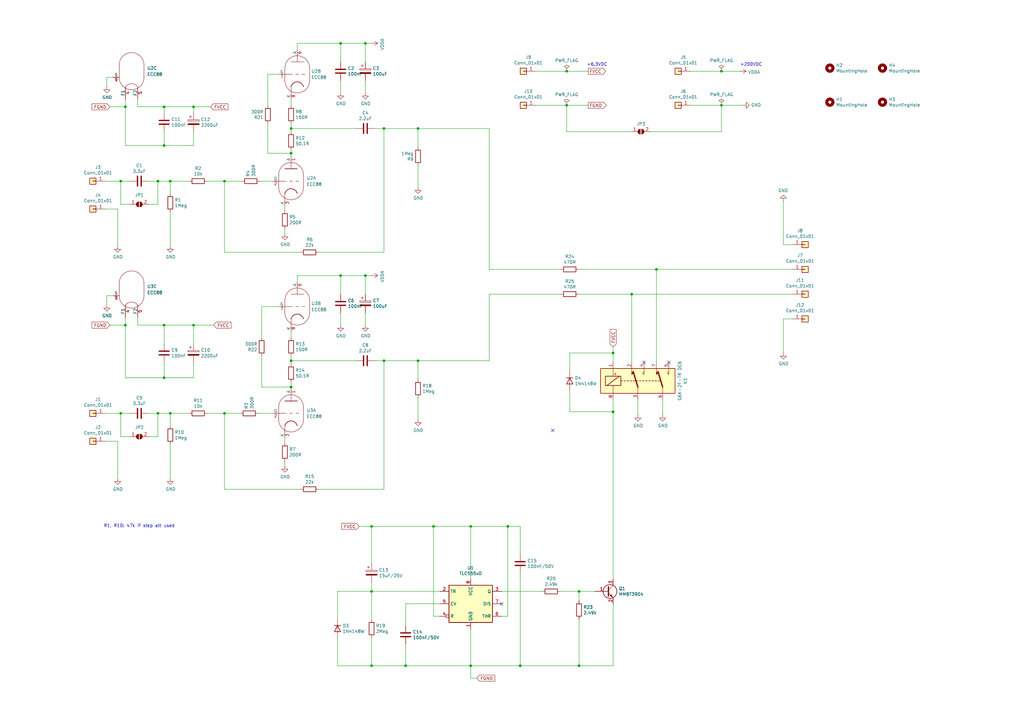
<source format=kicad_sch>
(kicad_sch (version 20230121) (generator eeschema)
  (paper "A3")
  (title_block (title "SRPP+ Pre-Amp ECC88/E88CC") (date "2023-02-07") (rev "V4 Bottom"))
  (lib_symbols
    (symbol "Connector_Generic:Conn_01x01" (pin_names (offset 1.016) hide)
      (property "Reference" "J" (at 0 2.54 0))
      (property "Value" "Conn_01x01" (at 0 -2.54 0))
      (symbol "Conn_01x01_1_1"
        (rectangle (start -1.27 0.127) (end 0 -0.127) (stroke (width 0.1524)))
        (rectangle (start -1.27 1.27) (end 1.27 -1.27) (stroke (width 0.254)) (fill (type background)))
        (pin passive line (at -5.08 0 0) (length 3.81) (name "Pin_1") (number "1"))
      )
    )
    (symbol "Device:C" (pin_numbers hide) (pin_names (offset 0.254))
      (property "Reference" "C" (at 0.635 2.54 0))
      (property "Value" "C" (at 0.635 -2.54 0))
      (symbol "C_0_1"
        (polyline (pts (xy -2.032 -0.762) (xy 2.032 -0.762)) (stroke (width 0.508)))
        (polyline (pts (xy -2.032 0.762) (xy 2.032 0.762)) (stroke (width 0.508)))
      )
      (symbol "C_1_1"
        (pin passive line (at 0 3.81 270) (length 2.794) (name "~") (number "1"))
        (pin passive line (at 0 -3.81 90) (length 2.794) (name "~") (number "2"))
      )
    )
    (symbol "Device:C_Polarized" (pin_numbers hide) (pin_names (offset 0.254))
      (property "Reference" "C" (at 0.635 2.54 0))
      (property "Value" "C_Polarized" (at 0.635 -2.54 0))
      (symbol "C_Polarized_0_1"
        (rectangle (start -2.286 0.508) (end 2.286 1.016))
        (polyline (pts (xy -1.778 2.286) (xy -0.762 2.286)))
        (polyline (pts (xy -1.27 2.794) (xy -1.27 1.778)))
        (rectangle (start 2.286 -0.508) (end -2.286 -1.016) (fill (type outline)))
      )
      (symbol "C_Polarized_1_1"
        (pin passive line (at 0 3.81 270) (length 2.794) (name "~") (number "1"))
        (pin passive line (at 0 -3.81 90) (length 2.794) (name "~") (number "2"))
      )
    )
    (symbol "Device:R" (pin_numbers hide) (pin_names (offset 0))
      (property "Reference" "R" (at 2.032 0 90))
      (property "Value" "R" (at 0 0 90))
      (symbol "R_0_1"
        (rectangle (start -1.016 -2.54) (end 1.016 2.54) (stroke (width 0.254)))
      )
      (symbol "R_1_1"
        (pin passive line (at 0 3.81 270) (length 1.27) (name "~") (number "1"))
        (pin passive line (at 0 -3.81 90) (length 1.27) (name "~") (number "2"))
      )
    )
    (symbol "Diode:1N4148W" (pin_numbers hide) (pin_names (offset 1.016) hide)
      (property "Reference" "D" (at 0 2.54 0))
      (property "Value" "1N4148W" (at 0 -2.54 0))
      (symbol "1N4148W_0_1"
        (polyline (pts (xy -1.27 1.27) (xy -1.27 -1.27)) (stroke (width 0.254)))
        (polyline (pts (xy 1.27 0) (xy -1.27 0)))
        (polyline (pts (xy 1.27 1.27) (xy 1.27 -1.27) (xy -1.27 0) (xy 1.27 1.27)) (stroke (width 0.254)))
      )
      (symbol "1N4148W_1_1"
        (pin passive line (at -3.81 0 0) (length 2.54) (name "K") (number "1"))
        (pin passive line (at 3.81 0 180) (length 2.54) (name "A") (number "2"))
      )
    )
    (symbol "Jumper:SolderJumper_2_Open" (pin_names (offset 0) hide)
      (property "Reference" "JP" (at 0 2.032 0))
      (property "Value" "SolderJumper_2_Open" (at 0 -2.54 0))
      (symbol "SolderJumper_2_Open_0_1"
        (arc (start -0.254 1.016) (mid -1.2656 0) (end -0.254 -1.016))
        (arc (start -0.254 1.016) (mid -1.2656 0) (end -0.254 -1.016) (fill (type outline)))
        (polyline (pts (xy -0.254 1.016) (xy -0.254 -1.016)))
        (polyline (pts (xy 0.254 1.016) (xy 0.254 -1.016)))
        (arc (start 0.254 -1.016) (mid 1.2656 0) (end 0.254 1.016))
        (arc (start 0.254 -1.016) (mid 1.2656 0) (end 0.254 1.016) (fill (type outline)))
      )
      (symbol "SolderJumper_2_Open_1_1"
        (pin passive line (at -3.81 0 0) (length 2.54) (name "A") (number "1"))
        (pin passive line (at 3.81 0 180) (length 2.54) (name "B") (number "2"))
      )
    )
    (symbol "Mechanical:MountingHole" (pin_names (offset 1.016))
      (property "Reference" "H" (at 0 5.08 0))
      (property "Value" "MountingHole" (at 0 3.175 0))
      (symbol "MountingHole_0_1"
        (circle (center 0 0) (radius 1.27) (stroke (width 1.27)))
      )
    )
    (symbol "Relay:G6K-2"
      (property "Reference" "K" (at 16.51 3.81 0))
      (property "Value" "G6K-2" (at 16.51 1.27 0))
      (symbol "G6K-2_0_0"
        (text "+" (at -9.271 2.921 0) (effects (font (size 1.27 1.27))))
      )
      (symbol "G6K-2_0_1"
        (rectangle (start -15.24 5.08) (end 15.24 -5.08) (stroke (width 0.254)) (fill (type background)))
        (rectangle (start -13.335 1.905) (end -6.985 -1.905) (stroke (width 0.254)))
        (polyline (pts (xy -12.7 -1.905) (xy -7.62 1.905)) (stroke (width 0.254)))
        (polyline (pts (xy -10.16 -5.08) (xy -10.16 -1.905)))
        (polyline (pts (xy -10.16 5.08) (xy -10.16 1.905)))
        (polyline (pts (xy -6.985 0) (xy -6.35 0)) (stroke (width 0.254)))
        (polyline (pts (xy -5.715 0) (xy -5.08 0)) (stroke (width 0.254)))
        (polyline (pts (xy -4.445 0) (xy -3.81 0)) (stroke (width 0.254)))
        (polyline (pts (xy -3.175 0) (xy -2.54 0)) (stroke (width 0.254)))
        (polyline (pts (xy -1.905 0) (xy -1.27 0)) (stroke (width 0.254)))
        (polyline (pts (xy -0.635 0) (xy 0 0)) (stroke (width 0.254)))
        (polyline (pts (xy 0 -2.54) (xy -1.905 3.81)) (stroke (width 0.508)))
        (polyline (pts (xy 0 -2.54) (xy 0 -5.08)))
        (polyline (pts (xy 0.635 0) (xy 1.27 0)) (stroke (width 0.254)))
        (polyline (pts (xy 1.905 0) (xy 2.54 0)) (stroke (width 0.254)))
        (polyline (pts (xy 3.175 0) (xy 3.81 0)) (stroke (width 0.254)))
        (polyline (pts (xy 4.445 0) (xy 5.08 0)) (stroke (width 0.254)))
        (polyline (pts (xy 5.715 0) (xy 6.35 0)) (stroke (width 0.254)))
        (polyline (pts (xy 6.985 0) (xy 7.62 0)) (stroke (width 0.254)))
        (polyline (pts (xy 8.255 0) (xy 8.89 0)) (stroke (width 0.254)))
        (polyline (pts (xy 10.16 -2.54) (xy 8.255 3.81)) (stroke (width 0.508)))
        (polyline (pts (xy 10.16 -2.54) (xy 10.16 -5.08)))
        (polyline (pts (xy -2.54 5.08) (xy -2.54 2.54) (xy -1.905 3.175) (xy -2.54 3.81)) (fill (type outline)))
        (polyline (pts (xy 2.54 5.08) (xy 2.54 2.54) (xy 1.905 3.175) (xy 2.54 3.81)))
        (polyline (pts (xy 7.62 5.08) (xy 7.62 2.54) (xy 8.255 3.175) (xy 7.62 3.81)) (fill (type outline)))
        (polyline (pts (xy 12.7 5.08) (xy 12.7 2.54) (xy 12.065 3.175) (xy 12.7 3.81)))
      )
      (symbol "G6K-2_1_1"
        (pin passive line (at -10.16 7.62 270) (length 2.54) (name "~") (number "1"))
        (pin passive line (at -2.54 7.62 270) (length 2.54) (name "~") (number "2"))
        (pin passive line (at 0 -7.62 90) (length 2.54) (name "~") (number "3"))
        (pin passive line (at 2.54 7.62 270) (length 2.54) (name "~") (number "4"))
        (pin passive line (at 12.7 7.62 270) (length 2.54) (name "~") (number "5"))
        (pin passive line (at 10.16 -7.62 90) (length 2.54) (name "~") (number "6"))
        (pin passive line (at 7.62 7.62 270) (length 2.54) (name "~") (number "7"))
        (pin passive line (at -10.16 -7.62 90) (length 2.54) (name "~") (number "8"))
      )
    )
    (symbol "Timer:TLC555xD"
      (property "Reference" "U" (at -10.16 8.89 0))
      (property "Value" "TLC555xD" (at 2.54 8.89 0))
      (symbol "TLC555xD_0_0"
        (pin power_in line (at 0 -10.16 90) (length 2.54) (name "GND") (number "1"))
        (pin power_in line (at 0 10.16 270) (length 2.54) (name "VCC") (number "8"))
      )
      (symbol "TLC555xD_0_1"
        (rectangle (start -8.89 -7.62) (end 8.89 7.62) (stroke (width 0.254)) (fill (type background)))
        (rectangle (start -8.89 -7.62) (end 8.89 7.62) (stroke (width 0.254)) (fill (type background)))
      )
      (symbol "TLC555xD_1_1"
        (pin input line (at -12.7 5.08 0) (length 3.81) (name "TR") (number "2"))
        (pin output line (at 12.7 5.08 180) (length 3.81) (name "Q") (number "3"))
        (pin input inverted (at -12.7 -5.08 0) (length 3.81) (name "R") (number "4"))
        (pin input line (at -12.7 0 0) (length 3.81) (name "CV") (number "5"))
        (pin input line (at 12.7 -5.08 180) (length 3.81) (name "THR") (number "6"))
        (pin input line (at 12.7 0 180) (length 3.81) (name "DIS") (number "7"))
      )
    )
    (symbol "Transistor_BJT:MMBT3904" (pin_names (offset 0) hide)
      (property "Reference" "Q" (at 5.08 1.905 0))
      (property "Value" "MMBT3904" (at 5.08 0 0))
      (symbol "MMBT3904_0_1"
        (polyline (pts (xy 0.635 0.635) (xy 2.54 2.54)))
        (polyline (pts (xy 0.635 -0.635) (xy 2.54 -2.54) (xy 2.54 -2.54)))
        (polyline (pts (xy 0.635 1.905) (xy 0.635 -1.905) (xy 0.635 -1.905)) (stroke (width 0.508)))
        (polyline (pts (xy 1.27 -1.778) (xy 1.778 -1.27) (xy 2.286 -2.286) (xy 1.27 -1.778) (xy 1.27 -1.778)) (fill (type outline)))
        (circle (center 1.27 0) (radius 2.8194) (stroke (width 0.254)))
      )
      (symbol "MMBT3904_1_1"
        (pin input line (at -5.08 0 0) (length 5.715) (name "B") (number "1"))
        (pin passive line (at 2.54 -5.08 90) (length 2.54) (name "E") (number "2"))
        (pin passive line (at 2.54 5.08 270) (length 2.54) (name "C") (number "3"))
      )
    )
    (symbol "kicad-snk:ECC88-Shield" (pin_names (offset 0))
      (property "Reference" "U" (at 4.318 7.112 0))
      (property "Value" "ECC88-Shield" (at 5.08 -7.62 0))
      (symbol "ECC88-Shield_0_1"
        (arc (start -5.08 -2.54) (mid 0 -7.5979) (end 5.08 -2.54))
        (polyline (pts (xy -5.08 0) (xy -5.08 -2.54)))
        (polyline (pts (xy -5.08 2.54) (xy -5.08 0)))
        (polyline (pts (xy 5.08 2.54) (xy 5.08 -2.54)))
        (arc (start 5.08 2.54) (mid 0 7.5979) (end -5.08 2.54))
      )
      (symbol "ECC88-Shield_1_0"
        (polyline (pts (xy -2.54 -5.08) (xy -2.54 -7.62)))
        (polyline (pts (xy 0 5.08) (xy 0 7.62)))
      )
      (symbol "ECC88-Shield_1_1"
        (polyline (pts (xy -5.08 0) (xy -3.175 0)))
        (polyline (pts (xy -1.905 0) (xy -3.175 0)) (stroke (width 0.1524)))
        (polyline (pts (xy -0.635 0) (xy 0.635 0)) (stroke (width 0.1524)))
        (polyline (pts (xy 1.905 0) (xy 3.175 0)) (stroke (width 0.1524)))
        (polyline (pts (xy -2.54 5.08) (xy 2.54 5.08) (xy 2.54 5.08)) (stroke (width 0.254)))
        (arc (start 2.54 -5.08) (mid 0 -3.0968) (end -2.54 -5.08) (stroke (width 0.254)))
        (pin output line (at 0 10.16 270) (length 2.54) (name "A") (number "1"))
        (pin input line (at -7.62 0 0) (length 2.54) (name "G") (number "2"))
        (pin bidirectional line (at -2.54 -10.16 90) (length 2.54) (name "K") (number "3"))
      )
      (symbol "ECC88-Shield_2_0"
        (polyline (pts (xy -5.08 0) (xy -3.175 0)))
        (polyline (pts (xy -2.54 -5.08) (xy -2.54 -7.62)))
        (polyline (pts (xy -1.905 0) (xy -3.175 0)) (stroke (width 0.1524)))
        (polyline (pts (xy -0.635 0) (xy 0.635 0)) (stroke (width 0.1524)))
        (polyline (pts (xy 0 5.08) (xy 0 7.62)))
        (polyline (pts (xy 1.905 0) (xy 3.175 0)) (stroke (width 0.1524)))
        (polyline (pts (xy 2.794 5.08) (xy -2.54 5.08) (xy -2.54 5.08)) (stroke (width 0.1524)))
      )
      (symbol "ECC88-Shield_2_1"
        (arc (start 2.54 -5.08) (mid 0 -3.0968) (end -2.54 -5.08) (stroke (width 0.254)))
        (pin output line (at 0 10.16 270) (length 2.54) (name "A") (number "6"))
        (pin input line (at -7.62 0 0) (length 2.54) (name "G") (number "7"))
        (pin bidirectional line (at -2.54 -10.16 90) (length 2.54) (name "K") (number "8"))
      )
      (symbol "ECC88-Shield_3_1"
        (arc (start 2.54 -6.35) (mid 0 -5.1292) (end -2.54 -6.35))
        (pin power_in line (at -2.54 -11.43 90) (length 5.08) (name "F1") (number "4"))
        (pin power_in line (at 2.54 -11.43 90) (length 5.08) (name "F2") (number "5"))
        (pin passive line (at -7.62 -2.54 0) (length 2.54) (name "S") (number "9"))
      )
    )
    (symbol "power:GND" (power) (pin_names (offset 0))
      (property "Value" "GND" (at 0 -3.81 0))
      (symbol "GND_0_1"
        (polyline (pts (xy 0 0) (xy 0 -1.27) (xy 1.27 -1.27) (xy 0 -2.54) (xy -1.27 -1.27) (xy 0 -1.27)))
      )
      (symbol "GND_1_1"
        (pin power_in line (at 0 0 270) (length 0) hide (name "GND") (number "1"))
      )
    )
    (symbol "power:PWR_FLAG" (power) (pin_numbers hide) (pin_names (offset 0) hide)
      (property "Value" "PWR_FLAG" (at 0 3.81 0))
      (symbol "PWR_FLAG_0_0"
        (pin power_out line (at 0 0 90) (length 0) (name "pwr") (number "1"))
      )
      (symbol "PWR_FLAG_0_1"
        (polyline (pts (xy 0 0) (xy 0 1.27) (xy -1.016 1.905) (xy 0 2.54) (xy 1.016 1.905) (xy 0 1.27)))
      )
    )
    (symbol "power:VDDA" (power) (pin_names (offset 0))
      (property "Value" "VDDA" (at 0 3.81 0))
      (symbol "VDDA_0_1"
        (polyline (pts (xy -0.762 1.27) (xy 0 2.54)))
        (polyline (pts (xy 0 0) (xy 0 2.54)))
        (polyline (pts (xy 0 2.54) (xy 0.762 1.27)))
      )
      (symbol "VDDA_1_1"
        (pin power_in line (at 0 0 90) (length 0) hide (name "VDDA") (number "1"))
      )
    )
  )
  (junction (at 193.04 215.9))
  (junction (at 67.31 154.94))
  (junction (at 237.49 273.05))
  (junction (at 79.375 43.815))
  (junction (at 119.38 147.955))
  (junction (at 64.77 74.295))
  (junction (at 152.4 273.05))
  (junction (at 51.435 43.815))
  (junction (at 251.46 144.78))
  (junction (at 295.91 43.18))
  (junction (at 251.46 168.91))
  (junction (at 69.85 74.295))
  (junction (at 193.04 273.05))
  (junction (at 177.8 215.9))
  (junction (at 152.4 242.57))
  (junction (at 67.31 133.35))
  (junction (at 67.31 43.815))
  (junction (at 139.7 17.78))
  (junction (at 232.41 43.18))
  (junction (at 295.91 29.21))
  (junction (at 67.31 59.69))
  (junction (at 79.375 133.35))
  (junction (at 152.4 215.9))
  (junction (at 171.45 147.955))
  (junction (at 157.48 52.705))
  (junction (at 49.53 74.295))
  (junction (at 269.24 110.49))
  (junction (at 92.075 169.545))
  (junction (at 208.28 215.9))
  (junction (at 171.45 52.705))
  (junction (at 49.53 169.545))
  (junction (at 119.38 158.75))
  (junction (at 51.435 133.35))
  (junction (at 119.38 62.865))
  (junction (at 232.41 29.21))
  (junction (at 237.49 242.57))
  (junction (at 259.08 120.65))
  (junction (at 213.36 273.05))
  (junction (at 157.48 147.955))
  (junction (at 149.86 113.03))
  (junction (at 139.7 113.03))
  (junction (at 92.075 74.295))
  (junction (at 119.38 52.705))
  (junction (at 166.37 273.05))
  (junction (at 64.77 169.545))
  (junction (at 149.86 17.78))
  (junction (at 69.85 169.545))
  (no_connect (at 264.16 148.59))
  (no_connect (at 274.32 148.59))
  (no_connect (at 226.695 176.53))
  (no_connect (at 205.74 247.65))
  (wire (pts (xy 43.815 121.285) (xy 46.355 121.285)))
  (wire (pts (xy 232.41 53.975) (xy 232.41 43.18)))
  (wire (pts (xy 259.08 53.975) (xy 232.41 53.975)))
  (wire (pts (xy 157.48 52.705) (xy 153.67 52.705)))
  (wire (pts (xy 60.96 83.82) (xy 64.77 83.82)))
  (wire (pts (xy 49.53 169.545) (xy 53.34 169.545)))
  (wire (pts (xy 138.43 273.05) (xy 138.43 261.62)))
  (wire (pts (xy 208.28 252.73) (xy 208.28 215.9)))
  (wire (pts (xy 193.04 273.05) (xy 193.04 278.13)))
  (wire (pts (xy 92.075 169.545) (xy 98.425 169.545)))
  (wire (pts (xy 213.36 227.33) (xy 213.36 215.9)))
  (wire (pts (xy 233.68 152.4) (xy 233.68 144.78)))
  (wire (pts (xy 119.38 52.705) (xy 119.38 53.975)))
  (wire (pts (xy 85.09 169.545) (xy 92.075 169.545)))
  (wire (pts (xy 149.86 113.03) (xy 149.86 120.65)))
  (wire (pts (xy 213.36 273.05) (xy 193.04 273.05)))
  (wire (pts (xy 321.31 144.78) (xy 321.31 130.81)))
  (wire (pts (xy 106.68 74.295) (xy 111.76 74.295)))
  (wire (pts (xy 64.77 74.295) (xy 60.96 74.295)))
  (wire (pts (xy 139.7 17.78) (xy 149.86 17.78)))
  (wire (pts (xy 79.375 53.975) (xy 79.375 59.69)))
  (wire (pts (xy 213.36 234.95) (xy 213.36 273.05)))
  (wire (pts (xy 153.67 147.955) (xy 157.48 147.955)))
  (wire (pts (xy 119.38 62.865) (xy 119.38 64.135)))
  (wire (pts (xy 321.31 100.33) (xy 321.31 82.55)))
  (wire (pts (xy 321.31 130.81) (xy 325.12 130.81)))
  (wire (pts (xy 67.31 154.94) (xy 67.31 148.59)))
  (wire (pts (xy 139.7 38.1) (xy 139.7 33.02)))
  (wire (pts (xy 43.815 35.56) (xy 43.815 31.75)))
  (wire (pts (xy 109.855 30.48) (xy 114.3 30.48)))
  (wire (pts (xy 180.34 247.65) (xy 166.37 247.65)))
  (wire (pts (xy 237.49 273.05) (xy 213.36 273.05)))
  (wire (pts (xy 67.31 53.975) (xy 67.31 59.69)))
  (wire (pts (xy 69.85 169.545) (xy 64.77 169.545)))
  (wire (pts (xy 53.34 179.07) (xy 49.53 179.07)))
  (wire (pts (xy 157.48 147.955) (xy 157.48 200.66)))
  (wire (pts (xy 85.09 74.295) (xy 92.075 74.295)))
  (wire (pts (xy 51.435 154.94) (xy 67.31 154.94)))
  (wire (pts (xy 237.49 242.57) (xy 229.87 242.57)))
  (wire (pts (xy 116.84 189.23) (xy 116.84 191.135)))
  (wire (pts (xy 200.66 110.49) (xy 200.66 52.705)))
  (wire (pts (xy 92.075 74.295) (xy 99.06 74.295)))
  (wire (pts (xy 67.31 43.815) (xy 79.375 43.815)))
  (wire (pts (xy 219.71 43.18) (xy 232.41 43.18)))
  (wire (pts (xy 139.7 113.03) (xy 149.86 113.03)))
  (wire (pts (xy 266.7 53.975) (xy 295.91 53.975)))
  (wire (pts (xy 77.47 74.295) (xy 69.85 74.295)))
  (wire (pts (xy 139.7 120.65) (xy 139.7 113.03)))
  (wire (pts (xy 171.45 60.325) (xy 171.45 52.705)))
  (wire (pts (xy 149.86 133.35) (xy 149.86 128.27)))
  (wire (pts (xy 107.315 146.05) (xy 107.315 158.75)))
  (wire (pts (xy 51.435 43.815) (xy 51.435 59.69)))
  (wire (pts (xy 119.38 147.955) (xy 119.38 149.225)))
  (wire (pts (xy 121.92 115.57) (xy 121.92 113.03)))
  (wire (pts (xy 295.91 29.21) (xy 283.21 29.21)))
  (wire (pts (xy 195.58 278.13) (xy 193.04 278.13)))
  (wire (pts (xy 152.4 242.57) (xy 152.4 254)))
  (wire (pts (xy 177.8 252.73) (xy 177.8 215.9)))
  (wire (pts (xy 119.38 147.955) (xy 146.05 147.955)))
  (wire (pts (xy 193.04 257.81) (xy 193.04 273.05)))
  (wire (pts (xy 130.81 103.505) (xy 157.48 103.505)))
  (wire (pts (xy 64.77 179.07) (xy 64.77 169.545)))
  (wire (pts (xy 69.85 174.625) (xy 69.85 169.545)))
  (wire (pts (xy 303.53 29.21) (xy 295.91 29.21)))
  (wire (pts (xy 251.46 163.83) (xy 251.46 168.91)))
  (wire (pts (xy 251.46 144.78) (xy 251.46 142.24)))
  (wire (pts (xy 157.48 52.705) (xy 171.45 52.705)))
  (wire (pts (xy 79.375 140.97) (xy 79.375 133.35)))
  (wire (pts (xy 56.515 133.35) (xy 67.31 133.35)))
  (wire (pts (xy 243.84 242.57) (xy 237.49 242.57)))
  (wire (pts (xy 67.31 43.815) (xy 67.31 46.355)))
  (wire (pts (xy 119.105 147.955) (xy 119.38 147.955)))
  (wire (pts (xy 51.435 154.94) (xy 51.435 133.35)))
  (wire (pts (xy 51.435 133.35) (xy 51.435 130.175)))
  (wire (pts (xy 205.74 242.57) (xy 222.25 242.57)))
  (wire (pts (xy 45.085 133.35) (xy 51.435 133.35)))
  (wire (pts (xy 251.46 247.65) (xy 251.46 273.05)))
  (wire (pts (xy 233.68 168.91) (xy 251.46 168.91)))
  (wire (pts (xy 48.26 85.725) (xy 43.18 85.725)))
  (wire (pts (xy 237.49 120.65) (xy 259.08 120.65)))
  (wire (pts (xy 67.31 154.94) (xy 79.375 154.94)))
  (wire (pts (xy 138.43 242.57) (xy 138.43 254)))
  (wire (pts (xy 43.815 31.75) (xy 46.355 31.75)))
  (wire (pts (xy 149.86 113.03) (xy 152.4 113.03)))
  (wire (pts (xy 56.515 43.815) (xy 56.515 40.64)))
  (wire (pts (xy 49.53 83.82) (xy 49.53 74.295)))
  (wire (pts (xy 157.48 200.66) (xy 130.81 200.66)))
  (wire (pts (xy 119.38 40.64) (xy 119.38 43.18)))
  (wire (pts (xy 123.19 200.66) (xy 92.075 200.66)))
  (wire (pts (xy 149.86 17.78) (xy 152.4 17.78)))
  (wire (pts (xy 269.24 148.59) (xy 269.24 110.49)))
  (wire (pts (xy 106.045 169.545) (xy 111.76 169.545)))
  (wire (pts (xy 152.4 273.05) (xy 138.43 273.05)))
  (wire (pts (xy 171.45 67.945) (xy 171.45 76.835)))
  (wire (pts (xy 259.08 148.59) (xy 259.08 120.65)))
  (wire (pts (xy 213.36 215.9) (xy 208.28 215.9)))
  (wire (pts (xy 60.96 179.07) (xy 64.77 179.07)))
  (wire (pts (xy 237.49 246.38) (xy 237.49 242.57)))
  (wire (pts (xy 149.86 38.1) (xy 149.86 33.02)))
  (wire (pts (xy 200.66 120.65) (xy 229.87 120.65)))
  (wire (pts (xy 114.3 125.73) (xy 107.315 125.73)))
  (wire (pts (xy 69.85 79.375) (xy 69.85 74.295)))
  (wire (pts (xy 69.85 100.965) (xy 69.85 86.995)))
  (wire (pts (xy 43.18 169.545) (xy 49.53 169.545)))
  (wire (pts (xy 121.92 113.03) (xy 139.7 113.03)))
  (wire (pts (xy 193.04 273.05) (xy 166.37 273.05)))
  (wire (pts (xy 107.315 158.75) (xy 119.38 158.75)))
  (wire (pts (xy 79.375 59.69) (xy 67.31 59.69)))
  (wire (pts (xy 283.21 43.18) (xy 295.91 43.18)))
  (wire (pts (xy 157.48 147.955) (xy 171.45 147.955)))
  (wire (pts (xy 116.84 84.455) (xy 116.84 86.36)))
  (wire (pts (xy 251.46 148.59) (xy 251.46 144.78)))
  (wire (pts (xy 171.45 155.575) (xy 171.45 147.955)))
  (wire (pts (xy 166.37 273.05) (xy 166.37 264.16)))
  (wire (pts (xy 116.84 93.98) (xy 116.84 95.885)))
  (wire (pts (xy 109.855 50.8) (xy 109.855 62.865)))
  (wire (pts (xy 232.41 29.21) (xy 241.3 29.21)))
  (wire (pts (xy 200.66 52.705) (xy 171.45 52.705)))
  (wire (pts (xy 109.855 62.865) (xy 119.38 62.865)))
  (wire (pts (xy 152.4 242.57) (xy 152.4 238.76)))
  (wire (pts (xy 121.92 20.32) (xy 121.92 17.78)))
  (wire (pts (xy 119.38 52.705) (xy 146.05 52.705)))
  (wire (pts (xy 43.18 74.295) (xy 49.53 74.295)))
  (wire (pts (xy 107.315 125.73) (xy 107.315 138.43)))
  (wire (pts (xy 295.91 43.18) (xy 304.8 43.18)))
  (wire (pts (xy 233.68 160.02) (xy 233.68 168.91)))
  (wire (pts (xy 139.7 25.4) (xy 139.7 17.78)))
  (wire (pts (xy 119.38 156.845) (xy 119.38 158.75)))
  (wire (pts (xy 69.85 196.215) (xy 69.85 182.245)))
  (wire (pts (xy 269.24 110.49) (xy 325.12 110.49)))
  (wire (pts (xy 259.08 120.65) (xy 325.12 120.65)))
  (wire (pts (xy 64.77 83.82) (xy 64.77 74.295)))
  (wire (pts (xy 48.26 100.965) (xy 48.26 85.725)))
  (wire (pts (xy 119.38 146.05) (xy 119.38 147.955)))
  (wire (pts (xy 157.48 52.705) (xy 157.48 103.505)))
  (wire (pts (xy 51.435 59.69) (xy 67.31 59.69)))
  (wire (pts (xy 56.515 43.815) (xy 67.31 43.815)))
  (wire (pts (xy 200.66 120.65) (xy 200.66 147.955)))
  (wire (pts (xy 49.53 74.295) (xy 53.34 74.295)))
  (wire (pts (xy 193.04 215.9) (xy 177.8 215.9)))
  (wire (pts (xy 152.4 231.14) (xy 152.4 215.9)))
  (wire (pts (xy 79.375 43.815) (xy 86.36 43.815)))
  (wire (pts (xy 251.46 168.91) (xy 251.46 237.49)))
  (wire (pts (xy 208.28 215.9) (xy 193.04 215.9)))
  (wire (pts (xy 180.34 242.57) (xy 152.4 242.57)))
  (wire (pts (xy 119.38 135.89) (xy 119.38 138.43)))
  (wire (pts (xy 48.26 180.975) (xy 43.18 180.975)))
  (wire (pts (xy 261.62 170.18) (xy 261.62 163.83)))
  (wire (pts (xy 232.41 29.21) (xy 219.71 29.21)))
  (wire (pts (xy 92.075 200.66) (xy 92.075 169.545)))
  (wire (pts (xy 67.31 133.35) (xy 79.375 133.35)))
  (wire (pts (xy 271.78 170.18) (xy 271.78 163.83)))
  (wire (pts (xy 166.37 273.05) (xy 152.4 273.05)))
  (wire (pts (xy 232.41 43.18) (xy 241.3 43.18)))
  (wire (pts (xy 233.68 144.78) (xy 251.46 144.78)))
  (wire (pts (xy 147.32 215.9) (xy 152.4 215.9)))
  (wire (pts (xy 51.435 43.815) (xy 51.435 40.64)))
  (wire (pts (xy 109.855 43.18) (xy 109.855 30.48)))
  (wire (pts (xy 92.075 103.505) (xy 92.075 74.295)))
  (wire (pts (xy 53.34 83.82) (xy 49.53 83.82)))
  (wire (pts (xy 149.86 17.78) (xy 149.86 25.4)))
  (wire (pts (xy 79.375 154.94) (xy 79.375 148.59)))
  (wire (pts (xy 251.46 273.05) (xy 237.49 273.05)))
  (wire (pts (xy 152.4 273.05) (xy 152.4 261.62)))
  (wire (pts (xy 79.375 133.35) (xy 87.63 133.35)))
  (wire (pts (xy 79.375 43.815) (xy 79.375 46.355)))
  (wire (pts (xy 152.4 215.9) (xy 177.8 215.9)))
  (wire (pts (xy 77.47 169.545) (xy 69.85 169.545)))
  (wire (pts (xy 295.91 53.975) (xy 295.91 43.18)))
  (wire (pts (xy 119.38 61.595) (xy 119.38 62.865)))
  (wire (pts (xy 237.49 110.49) (xy 269.24 110.49)))
  (wire (pts (xy 48.26 196.215) (xy 48.26 180.975)))
  (wire (pts (xy 200.66 147.955) (xy 171.45 147.955)))
  (wire (pts (xy 171.45 172.085) (xy 171.45 163.195)))
  (wire (pts (xy 200.66 110.49) (xy 229.87 110.49)))
  (wire (pts (xy 152.4 242.57) (xy 138.43 242.57)))
  (wire (pts (xy 123.19 103.505) (xy 92.075 103.505)))
  (wire (pts (xy 64.77 169.545) (xy 60.96 169.545)))
  (wire (pts (xy 49.53 179.07) (xy 49.53 169.545)))
  (wire (pts (xy 45.085 43.815) (xy 51.435 43.815)))
  (wire (pts (xy 69.85 74.295) (xy 64.77 74.295)))
  (wire (pts (xy 205.74 252.73) (xy 208.28 252.73)))
  (wire (pts (xy 67.31 140.97) (xy 67.31 133.35)))
  (wire (pts (xy 119.38 50.8) (xy 119.38 52.705)))
  (wire (pts (xy 193.04 237.49) (xy 193.04 215.9)))
  (wire (pts (xy 119.38 158.75) (xy 119.38 159.385)))
  (wire (pts (xy 121.92 17.78) (xy 139.7 17.78)))
  (wire (pts (xy 43.815 125.095) (xy 43.815 121.285)))
  (wire (pts (xy 116.84 179.705) (xy 116.84 181.61)))
  (wire (pts (xy 325.12 100.33) (xy 321.31 100.33)))
  (wire (pts (xy 56.515 133.35) (xy 56.515 130.175)))
  (wire (pts (xy 180.34 252.73) (xy 177.8 252.73)))
  (wire (pts (xy 237.49 254) (xy 237.49 273.05)))
  (wire (pts (xy 139.7 133.35) (xy 139.7 128.27)))
  (wire (pts (xy 166.37 247.65) (xy 166.37 256.54)))
  (text "+6.3VDC" (at 240.665 27.305 0) (effects (font (size 1.27 1.27)) (justify left bottom)))
  (text "+200VDC" (at 303.53 27.305 0) (effects (font (size 1.27 1.27)) (justify left bottom)))
  (text "R1, R10: 47k if step att used" (at 42.545 216.535 0) (effects (font (size 1.27 1.27)) (justify left bottom)))
  (global_label "FGND" (shape output) (at 241.3 43.18 0) (property "Intersheetrefs" "${INTERSHEET_REFS}" (effects hide)))
  (global_label "FVCC" (shape output) (at 241.3 29.21 0) (property "Intersheetrefs" "${INTERSHEET_REFS}" (effects hide)))
  (global_label "FVCC" (shape input) (at 147.32 215.9 180) (property "Intersheetrefs" "${INTERSHEET_REFS}" (effects hide)))
  (global_label "FGND" (shape input) (at 45.085 133.35 180) (property "Intersheetrefs" "${INTERSHEET_REFS}" (effects hide)))
  (global_label "FGND" (shape input) (at 195.58 278.13 0) (property "Intersheetrefs" "${INTERSHEET_REFS}" (effects hide)))
  (global_label "FGND" (shape input) (at 45.085 43.815 180) (property "Intersheetrefs" "${INTERSHEET_REFS}" (effects hide)))
  (global_label "FVCC" (shape input) (at 251.46 142.24 90) (property "Intersheetrefs" "${INTERSHEET_REFS}" (effects hide)))
  (global_label "FVCC" (shape input) (at 86.36 43.815 0) (property "Intersheetrefs" "${INTERSHEET_REFS}" (effects hide)))
  (global_label "FVCC" (shape input) (at 87.63 133.35 0) (property "Intersheetrefs" "${INTERSHEET_REFS}" (effects hide)))
  (symbol (lib_id "Device:R") (at 81.28 74.295 270) (unit 1)
    (property "Reference" "R2" (at 81.28 69.0372 90))
    (property "Value" "10k" (at 81.28 71.3486 90))
    (property "Footprint" "Resistor_SMD:R_MELF_MMB-0207" (effects hide))
  )
  (symbol (lib_id "Device:R") (at 69.85 83.185 0) (unit 1)
    (property "Reference" "R1" (at 71.628 82.0166 0) (effects (justify left)))
    (property "Value" "1Meg" (at 71.628 84.328 0) (effects (justify left)))
    (property "Footprint" "Resistor_SMD:R_MELF_MMB-0207" (effects hide))
  )
  (symbol (lib_id "Connector_Generic:Conn_01x01") (at 38.1 74.295 180) (unit 1)
    (property "Reference" "J3" (at 40.1828 68.58 0))
    (property "Value" "Conn_01x01" (at 40.1828 70.8914 0))
    (property "Footprint" "Connector_Pin:Pin_D1.0mm_L10.0mm" (effects hide))
  )
  (symbol (lib_id "Connector_Generic:Conn_01x01") (at 38.1 85.725 180) (unit 1)
    (property "Reference" "J4" (at 40.1828 80.01 0))
    (property "Value" "Conn_01x01" (at 40.1828 82.3214 0))
    (property "Footprint" "Connector_Pin:Pin_D1.0mm_L10.0mm" (effects hide))
  )
  (symbol (lib_id "Connector_Generic:Conn_01x01") (at 278.13 29.21 180) (unit 1)
    (property "Reference" "J5" (at 280.2128 23.495 0))
    (property "Value" "Conn_01x01" (at 280.2128 25.8064 0))
    (property "Footprint" "Connector_Pin:Pin_D1.3mm_L11.0mm" (effects hide))
  )
  (symbol (lib_id "Connector_Generic:Conn_01x01") (at 278.13 43.18 180) (unit 1)
    (property "Reference" "J6" (at 280.2128 37.465 0))
    (property "Value" "Conn_01x01" (at 280.2128 39.7764 0))
    (property "Footprint" "Connector_Pin:Pin_D1.3mm_L11.0mm" (effects hide))
  )
  (symbol (lib_id "Device:C") (at 57.15 74.295 270) (unit 1)
    (property "Reference" "C1" (at 57.15 67.8942 90))
    (property "Value" "3.3uF" (at 57.15 70.2056 90))
    (property "Footprint" "Capacitor_THT:C_Rect_L7.2mm_W7.2mm_P5.00mm_FKS2_FKP2_MKS2_MKP2" (effects hide))
  )
  (symbol (lib_id "Mechanical:MountingHole") (at 340.36 27.94 0) (unit 1)
    (property "Reference" "H2" (at 342.9 26.7716 0) (effects (justify left)))
    (property "Value" "MountingHole" (at 342.9 29.083 0) (effects (justify left)))
    (property "Footprint" "MountingHole:MountingHole_3.2mm_M3" (effects hide))
  )
  (symbol (lib_id "Mechanical:MountingHole") (at 361.95 27.94 0) (unit 1)
    (property "Reference" "H4" (at 364.49 26.7716 0) (effects (justify left)))
    (property "Value" "MountingHole" (at 364.49 29.083 0) (effects (justify left)))
    (property "Footprint" "MountingHole:MountingHole_3.2mm_M3" (effects hide))
  )
  (symbol (lib_id "Mechanical:MountingHole") (at 340.36 41.91 0) (unit 1)
    (property "Reference" "H1" (at 342.9 40.7416 0) (effects (justify left)))
    (property "Value" "MountingHole" (at 342.9 43.053 0) (effects (justify left)))
    (property "Footprint" "MountingHole:MountingHole_3.2mm_M3" (effects hide))
  )
  (symbol (lib_id "Mechanical:MountingHole") (at 361.95 41.91 0) (unit 1)
    (property "Reference" "H3" (at 364.49 40.7416 0) (effects (justify left)))
    (property "Value" "MountingHole" (at 364.49 43.053 0) (effects (justify left)))
    (property "Footprint" "MountingHole:MountingHole_3.2mm_M3" (effects hide))
  )
  (symbol (lib_id "power:PWR_FLAG") (at 295.91 29.21 0) (unit 1)
    (property "Reference" "#FLG04" (effects hide))
    (property "Value" "PWR_FLAG" (at 295.91 24.8158 0))
  )
  (symbol (lib_id "power:GND") (at 304.8 43.18 90) (unit 1)
    (property "Reference" "#PWR05" (effects hide))
    (property "Value" "GND" (at 308.0512 43.053 90) (effects (justify right)))
  )
  (symbol (lib_id "power:PWR_FLAG") (at 295.91 43.18 0) (unit 1)
    (property "Reference" "#FLG03" (effects hide))
    (property "Value" "PWR_FLAG" (at 295.91 38.7858 0))
  )
  (symbol (lib_id "power:VDDA") (at 303.53 29.21 270) (unit 1)
    (property "Reference" "#PWR07" (effects hide))
    (property "Value" "VDDA" (at 306.7812 29.591 90) (effects (justify left)))
  )
  (symbol (lib_id "Device:C_Polarized") (at 149.86 29.21 0) (unit 1)
    (property "Reference" "C3" (at 152.8572 28.0416 0) (effects (justify left)))
    (property "Value" "100uF" (at 152.8572 30.353 0) (effects (justify left)))
    (property "Footprint" "Capacitor_THT:CP_Radial_D18.0mm_P7.50mm" (effects hide))
  )
  (symbol (lib_id "Device:C") (at 139.7 29.21 0) (unit 1)
    (property "Reference" "C2" (at 142.621 28.0416 0) (effects (justify left)))
    (property "Value" "100nF" (at 142.621 30.353 0) (effects (justify left)))
    (property "Footprint" "Capacitor_THT:C_Rect_L16.5mm_W5.0mm_P15.00mm_MKT" (effects hide))
  )
  (symbol (lib_id "Device:R") (at 171.45 64.135 180) (unit 1)
    (property "Reference" "R9" (at 169.672 65.3034 0) (effects (justify left)))
    (property "Value" "1Meg" (at 169.672 62.992 0) (effects (justify left)))
    (property "Footprint" "Resistor_SMD:R_MELF_MMB-0207" (effects hide))
  )
  (symbol (lib_id "Device:C") (at 149.86 52.705 270) (unit 1)
    (property "Reference" "C4" (at 149.86 46.3042 90))
    (property "Value" "2.2uF" (at 149.86 48.6156 90))
    (property "Footprint" "Capacitor_THT:C_Rect_L31.5mm_W11.0mm_P27.50mm_MKS4" (effects hide))
  )
  (symbol (lib_id "Device:R") (at 127 103.505 270) (unit 1)
    (property "Reference" "R6" (at 127 98.2472 90))
    (property "Value" "22k" (at 127 100.5586 90))
    (property "Footprint" "Resistor_SMD:R_MELF_MMB-0207" (effects hide))
  )
  (symbol (lib_id "Connector_Generic:Conn_01x01") (at 330.2 110.49 0) (mirror x) (unit 1)
    (property "Reference" "J7" (at 328.1172 104.775 0))
    (property "Value" "Conn_01x01" (at 328.1172 107.0864 0))
    (property "Footprint" "Connector_Pin:Pin_D1.0mm_L10.0mm" (effects hide))
  )
  (symbol (lib_id "Connector_Generic:Conn_01x01") (at 330.2 100.33 0) (mirror x) (unit 1)
    (property "Reference" "J8" (at 328.1172 94.615 0))
    (property "Value" "Conn_01x01" (at 328.1172 96.9264 0))
    (property "Footprint" "Connector_Pin:Pin_D1.0mm_L10.0mm" (effects hide))
  )
  (symbol (lib_id "power:GND") (at 149.86 38.1 0) (unit 1)
    (property "Reference" "#PWR014" (effects hide))
    (property "Value" "GND" (at 149.987 42.4942 0))
  )
  (symbol (lib_id "power:GND") (at 139.7 38.1 0) (unit 1)
    (property "Reference" "#PWR011" (effects hide))
    (property "Value" "GND" (at 139.827 42.4942 0))
  )
  (symbol (lib_id "power:GND") (at 69.85 100.965 0) (unit 1)
    (property "Reference" "#PWR04" (effects hide))
    (property "Value" "GND" (at 69.977 105.3592 0))
  )
  (symbol (lib_id "power:GND") (at 48.26 100.965 0) (unit 1)
    (property "Reference" "#PWR03" (effects hide))
    (property "Value" "GND" (at 48.387 105.3592 0))
  )
  (symbol (lib_id "power:VDDA") (at 152.4 17.78 270) (unit 1)
    (property "Reference" "#PWR013" (effects hide))
    (property "Value" "VDDA" (at 156.7942 18.161 0))
  )
  (symbol (lib_id "Connector_Generic:Conn_01x01") (at 214.63 29.21 180) (unit 1)
    (property "Reference" "J9" (at 216.7128 23.495 0))
    (property "Value" "Conn_01x01" (at 216.7128 25.8064 0))
    (property "Footprint" "Connector_Pin:Pin_D1.3mm_L11.0mm" (effects hide))
  )
  (symbol (lib_id "Connector_Generic:Conn_01x01") (at 214.63 43.18 180) (unit 1)
    (property "Reference" "J10" (at 216.7128 37.465 0))
    (property "Value" "Conn_01x01" (at 216.7128 39.7764 0))
    (property "Footprint" "Connector_Pin:Pin_D1.3mm_L11.0mm" (effects hide))
  )
  (symbol (lib_id "power:PWR_FLAG") (at 232.41 29.21 0) (unit 1)
    (property "Reference" "#FLG01" (effects hide))
    (property "Value" "PWR_FLAG" (at 232.41 24.8158 0))
  )
  (symbol (lib_id "power:PWR_FLAG") (at 232.41 43.18 0) (unit 1)
    (property "Reference" "#FLG02" (effects hide))
    (property "Value" "PWR_FLAG" (at 232.41 38.7858 0))
  )
  (symbol (lib_id "Device:R") (at 81.28 169.545 270) (unit 1)
    (property "Reference" "R11" (at 81.28 164.2872 90))
    (property "Value" "10k" (at 81.28 166.5986 90))
    (property "Footprint" "Resistor_SMD:R_MELF_MMB-0207" (effects hide))
  )
  (symbol (lib_id "Device:R") (at 69.85 178.435 0) (unit 1)
    (property "Reference" "R10" (at 71.628 177.2666 0) (effects (justify left)))
    (property "Value" "1Meg" (at 71.628 179.578 0) (effects (justify left)))
    (property "Footprint" "Resistor_SMD:R_MELF_MMB-0207" (effects hide))
  )
  (symbol (lib_id "Connector_Generic:Conn_01x01") (at 38.1 169.545 180) (unit 1)
    (property "Reference" "J1" (at 40.1828 163.83 0))
    (property "Value" "Conn_01x01" (at 40.1828 166.1414 0))
    (property "Footprint" "Connector_Pin:Pin_D1.0mm_L10.0mm" (effects hide))
  )
  (symbol (lib_id "Connector_Generic:Conn_01x01") (at 38.1 180.975 180) (unit 1)
    (property "Reference" "J2" (at 40.1828 175.26 0))
    (property "Value" "Conn_01x01" (at 40.1828 177.5714 0))
    (property "Footprint" "Connector_Pin:Pin_D1.0mm_L10.0mm" (effects hide))
  )
  (symbol (lib_id "Device:C") (at 57.15 169.545 270) (unit 1)
    (property "Reference" "C5" (at 57.15 163.1442 90))
    (property "Value" "3.3uF" (at 57.15 165.4556 90))
    (property "Footprint" "Capacitor_THT:C_Rect_L7.2mm_W7.2mm_P5.00mm_FKS2_FKP2_MKS2_MKP2" (effects hide))
  )
  (symbol (lib_id "Device:C_Polarized") (at 149.86 124.46 0) (unit 1)
    (property "Reference" "C7" (at 152.8572 123.2916 0) (effects (justify left)))
    (property "Value" "100uF" (at 152.8572 125.603 0) (effects (justify left)))
    (property "Footprint" "Capacitor_THT:CP_Radial_D18.0mm_P7.50mm" (effects hide))
  )
  (symbol (lib_id "Device:C") (at 139.7 124.46 0) (unit 1)
    (property "Reference" "C6" (at 142.621 123.2916 0) (effects (justify left)))
    (property "Value" "100nF" (at 142.621 125.603 0) (effects (justify left)))
    (property "Footprint" "Capacitor_THT:C_Rect_L16.5mm_W5.0mm_P15.00mm_MKT" (effects hide))
  )
  (symbol (lib_id "Device:R") (at 171.45 159.385 0) (unit 1)
    (property "Reference" "R18" (at 173.228 158.2166 0) (effects (justify left)))
    (property "Value" "1Meg" (at 173.228 160.528 0) (effects (justify left)))
    (property "Footprint" "Resistor_SMD:R_MELF_MMB-0207" (effects hide))
  )
  (symbol (lib_id "Device:C") (at 149.86 147.955 270) (unit 1)
    (property "Reference" "C8" (at 149.86 141.5542 90))
    (property "Value" "2.2uF" (at 149.86 143.8656 90))
    (property "Footprint" "Capacitor_THT:C_Rect_L31.5mm_W11.0mm_P27.50mm_MKS4" (effects hide))
  )
  (symbol (lib_id "Device:R") (at 127 200.66 270) (unit 1)
    (property "Reference" "R15" (at 127 195.4022 90))
    (property "Value" "22k" (at 127 197.7136 90))
    (property "Footprint" "Resistor_SMD:R_MELF_MMB-0207" (effects hide))
  )
  (symbol (lib_id "Connector_Generic:Conn_01x01") (at 330.2 120.65 0) (mirror x) (unit 1)
    (property "Reference" "J11" (at 328.1172 114.935 0))
    (property "Value" "Conn_01x01" (at 328.1172 117.2464 0))
    (property "Footprint" "Connector_Pin:Pin_D1.0mm_L10.0mm" (effects hide))
  )
  (symbol (lib_id "Connector_Generic:Conn_01x01") (at 330.2 130.81 0) (mirror x) (unit 1)
    (property "Reference" "J12" (at 328.1172 125.095 0))
    (property "Value" "Conn_01x01" (at 328.1172 127.4064 0))
    (property "Footprint" "Connector_Pin:Pin_D1.0mm_L10.0mm" (effects hide))
  )
  (symbol (lib_id "power:GND") (at 321.31 144.78 0) (unit 1)
    (property "Reference" "#PWR028" (effects hide))
    (property "Value" "GND" (at 321.437 149.1742 0))
  )
  (symbol (lib_id "power:GND") (at 149.86 133.35 0) (unit 1)
    (property "Reference" "#PWR026" (effects hide))
    (property "Value" "GND" (at 149.987 137.7442 0))
  )
  (symbol (lib_id "power:GND") (at 139.7 133.35 0) (unit 1)
    (property "Reference" "#PWR023" (effects hide))
    (property "Value" "GND" (at 139.827 137.7442 0))
  )
  (symbol (lib_id "power:GND") (at 69.85 196.215 0) (unit 1)
    (property "Reference" "#PWR017" (effects hide))
    (property "Value" "GND" (at 69.977 200.6092 0))
  )
  (symbol (lib_id "power:GND") (at 48.26 196.215 0) (unit 1)
    (property "Reference" "#PWR02" (effects hide))
    (property "Value" "GND" (at 48.387 200.6092 0))
  )
  (symbol (lib_id "power:VDDA") (at 152.4 113.03 270) (unit 1)
    (property "Reference" "#PWR025" (effects hide))
    (property "Value" "VDDA" (at 156.7942 113.411 0))
  )
  (symbol (lib_id "Device:C_Polarized") (at 79.375 144.78 0) (unit 1)
    (property "Reference" "C10" (at 82.3722 143.6116 0) (effects (justify left)))
    (property "Value" "2200uF" (at 82.3722 145.923 0) (effects (justify left)))
    (property "Footprint" "Capacitor_THT:CP_Radial_D16.0mm_P7.50mm" (effects hide))
  )
  (symbol (lib_id "Device:C") (at 67.31 144.78 0) (unit 1)
    (property "Reference" "C9" (at 70.231 143.6116 0) (effects (justify left)))
    (property "Value" "100nF" (at 70.231 145.923 0) (effects (justify left)))
    (property "Footprint" "Capacitor_THT:C_Rect_L7.2mm_W2.5mm_P5.00mm_FKS2_FKP2_MKS2_MKP2" (effects hide))
  )
  (symbol (lib_id "Device:C_Polarized") (at 79.375 50.165 0) (unit 1)
    (property "Reference" "C12" (at 82.3722 48.9966 0) (effects (justify left)))
    (property "Value" "2200uF" (at 82.3722 51.308 0) (effects (justify left)))
    (property "Footprint" "Capacitor_THT:CP_Radial_D16.0mm_P7.50mm" (effects hide))
  )
  (symbol (lib_id "Device:C") (at 67.31 50.165 0) (unit 1)
    (property "Reference" "C11" (at 70.231 48.9966 0) (effects (justify left)))
    (property "Value" "100nF" (at 70.231 51.308 0) (effects (justify left)))
    (property "Footprint" "Capacitor_THT:C_Rect_L7.2mm_W2.5mm_P5.00mm_FKS2_FKP2_MKS2_MKP2" (effects hide))
  )
  (symbol (lib_id "Relay:G6K-2") (at 261.62 156.21 0) (unit 1)
    (property "Reference" "K1" (at 281.1018 156.21 90))
    (property "Value" "G6K-2F-TR DC6" (at 278.7904 156.21 90))
    (property "Footprint" "Relay_SMD:Relay_DPDT_Omron_G6K-2F" (effects hide))
    (property "Datasheet" "http://omronfs.omron.com/en_US/ecb/products/pdf/en-g6k.pdf" (effects hide))
  )
  (symbol (lib_id "Diode:1N4148W") (at 233.68 156.21 270) (unit 1)
    (property "Reference" "D4" (at 235.712 155.0416 90) (effects (justify left)))
    (property "Value" "1N4148W" (at 235.712 157.353 90) (effects (justify left)))
    (property "Footprint" "Diode_SMD:D_SOD-123" (effects hide))
    (property "Datasheet" "https://www.vishay.com/docs/85748/1n4148w.pdf" (effects hide))
  )
  (symbol (lib_id "Transistor_BJT:MMBT3904") (at 248.92 242.57 0) (unit 1)
    (property "Reference" "Q1" (at 253.7714 241.4016 0) (effects (justify left)))
    (property "Value" "MMBT3904" (at 253.7714 243.713 0) (effects (justify left)))
    (property "Footprint" "Package_TO_SOT_SMD:SOT-23" (effects hide))
    (property "Datasheet" "https://www.onsemi.com/pub/Collateral/2N3903-D.PDF" (effects hide))
  )
  (symbol (lib_id "Device:R") (at 237.49 250.19 0) (unit 1)
    (property "Reference" "R23" (at 239.268 249.0216 0) (effects (justify left)))
    (property "Value" "2.49k" (at 239.268 251.333 0) (effects (justify left)))
    (property "Footprint" "Resistor_SMD:R_0805_2012Metric_Pad1.20x1.40mm_HandSolder" (effects hide))
  )
  (symbol (lib_id "Device:R") (at 226.06 242.57 270) (unit 1)
    (property "Reference" "R20" (at 226.06 237.3122 90))
    (property "Value" "2.49k" (at 226.06 239.6236 90))
    (property "Footprint" "Resistor_SMD:R_0805_2012Metric_Pad1.20x1.40mm_HandSolder" (effects hide))
  )
  (symbol (lib_id "Timer:TLC555xD") (at 193.04 247.65 0) (unit 1)
    (property "Reference" "U1" (at 193.04 232.8926 0))
    (property "Value" "TLC555xD" (at 193.04 235.204 0))
    (property "Footprint" "Package_SO:SOIC-8_3.9x4.9mm_P1.27mm" (effects hide))
    (property "Datasheet" "http://www.ti.com/lit/ds/symlink/tlc555.pdf" (effects hide))
  )
  (symbol (lib_id "Device:C") (at 213.36 231.14 0) (unit 1)
    (property "Reference" "C15" (at 216.281 229.9716 0) (effects (justify left)))
    (property "Value" "100nF/50V" (at 216.281 232.283 0) (effects (justify left)))
    (property "Footprint" "Capacitor_SMD:C_0805_2012Metric_Pad1.18x1.45mm_HandSolder" (effects hide))
  )
  (symbol (lib_id "Device:C") (at 166.37 260.35 0) (unit 1)
    (property "Reference" "C14" (at 169.291 259.1816 0) (effects (justify left)))
    (property "Value" "100nF/50V" (at 169.291 261.493 0) (effects (justify left)))
    (property "Footprint" "Capacitor_SMD:C_0805_2012Metric_Pad1.18x1.45mm_HandSolder" (effects hide))
  )
  (symbol (lib_id "Device:C_Polarized") (at 152.4 234.95 0) (unit 1)
    (property "Reference" "C13" (at 155.3972 233.7816 0) (effects (justify left)))
    (property "Value" "15uF/25V" (at 155.3972 236.093 0) (effects (justify left)))
    (property "Footprint" "Capacitor_Tantalum_SMD:CP_EIA-3216-12_Kemet-S_Pad1.58x1.35mm_HandSolder" (effects hide))
  )
  (symbol (lib_id "Device:R") (at 152.4 257.81 0) (unit 1)
    (property "Reference" "R19" (at 154.178 256.6416 0) (effects (justify left)))
    (property "Value" "2Meg" (at 154.178 258.953 0) (effects (justify left)))
    (property "Footprint" "Resistor_SMD:R_0805_2012Metric_Pad1.20x1.40mm_HandSolder" (effects hide))
  )
  (symbol (lib_id "Diode:1N4148W") (at 138.43 257.81 270) (unit 1)
    (property "Reference" "D3" (at 140.462 256.6416 90) (effects (justify left)))
    (property "Value" "1N4148W" (at 140.462 258.953 90) (effects (justify left)))
    (property "Footprint" "Diode_SMD:D_SOD-123" (effects hide))
    (property "Datasheet" "https://www.vishay.com/docs/85748/1n4148w.pdf" (effects hide))
  )
  (symbol (lib_id "Device:R") (at 233.68 110.49 270) (unit 1)
    (property "Reference" "R24" (at 233.68 105.2322 90))
    (property "Value" "470R" (at 233.68 107.5436 90))
    (property "Footprint" "Resistor_SMD:R_MELF_MMB-0207" (effects hide))
  )
  (symbol (lib_id "Device:R") (at 233.68 120.65 270) (unit 1)
    (property "Reference" "R25" (at 233.68 115.3922 90))
    (property "Value" "470R" (at 233.68 117.7036 90))
    (property "Footprint" "Resistor_SMD:R_MELF_MMB-0207" (effects hide))
  )
  (symbol (lib_id "power:GND") (at 321.31 82.55 180) (unit 1)
    (property "Reference" "#PWR0102" (effects hide))
    (property "Value" "GND" (at 321.183 78.1558 0))
  )
  (symbol (lib_id "power:GND") (at 261.62 170.18 0) (unit 1)
    (property "Reference" "#PWR0106" (effects hide))
    (property "Value" "GND" (at 261.747 174.5742 0))
  )
  (symbol (lib_id "power:GND") (at 271.78 170.18 0) (unit 1)
    (property "Reference" "#PWR0107" (effects hide))
    (property "Value" "GND" (at 271.907 174.5742 0))
  )
  (symbol (lib_id "power:GND") (at 171.45 76.835 0) (unit 1)
    (property "Reference" "#PWR0104" (effects hide))
    (property "Value" "GND" (at 171.577 81.2292 0))
  )
  (symbol (lib_id "power:GND") (at 171.45 172.085 0) (unit 1)
    (property "Reference" "#PWR0105" (effects hide))
    (property "Value" "GND" (at 171.577 176.4792 0))
  )
  (symbol (lib_id "kicad-snk:ECC88-Shield") (at 53.975 118.745 0) (unit 3)
    (property "Reference" "U3" (at 60.325 117.4749 0) (effects (justify left)))
    (property "Value" "ECC88" (at 60.325 120.0149 0) (effects (justify left)))
    (property "Footprint" "w_vacuum:socket_gzc9-b" (effects hide))
    (property "Datasheet" "http://www.r-type.org/pdfs/ecc88.pdf" (effects hide))
  )
  (symbol (lib_id "Device:R") (at 102.235 169.545 90) (unit 1)
    (property "Reference" "R3" (at 101.0666 167.767 0) (effects (justify left)))
    (property "Value" "300R" (at 103.378 167.767 0) (effects (justify left)))
    (property "Footprint" "Resistor_SMD:R_MELF_MMB-0207" (effects hide))
  )
  (symbol (lib_id "Device:R") (at 102.87 74.295 90) (unit 1)
    (property "Reference" "R4" (at 101.7016 72.517 0) (effects (justify left)))
    (property "Value" "300R" (at 104.013 72.517 0) (effects (justify left)))
    (property "Footprint" "Resistor_SMD:R_MELF_MMB-0207" (effects hide))
  )
  (symbol (lib_id "power:GND") (at 116.84 191.135 0) (unit 1)
    (property "Reference" "#PWR0101" (effects hide))
    (property "Value" "GND" (at 116.967 195.5292 0))
  )
  (symbol (lib_id "kicad-snk:ECC88-Shield") (at 119.38 74.295 0) (unit 1)
    (property "Reference" "U2" (at 125.73 73.0249 0) (effects (justify left)))
    (property "Value" "ECC88" (at 125.73 75.5649 0) (effects (justify left)))
    (property "Footprint" "w_vacuum:socket_gzc9-b" (effects hide))
    (property "Datasheet" "http://www.r-type.org/pdfs/ecc88.pdf" (effects hide))
  )
  (symbol (lib_id "Device:R") (at 116.84 90.17 0) (unit 1)
    (property "Reference" "R5" (at 118.618 89.0016 0) (effects (justify left)))
    (property "Value" "200R" (at 118.618 91.313 0) (effects (justify left)))
    (property "Footprint" "Resistor_SMD:R_MELF_MMB-0207" (effects hide))
  )
  (symbol (lib_id "power:GND") (at 43.815 35.56 0) (unit 1)
    (property "Reference" "#PWR0109" (effects hide))
    (property "Value" "GND" (at 43.942 39.9542 0))
  )
  (symbol (lib_id "kicad-snk:ECC88-Shield") (at 121.92 30.48 0) (unit 2)
    (property "Reference" "U2" (at 127.635 29.2099 0) (effects (justify left)))
    (property "Value" "ECC88" (at 127.635 31.7499 0) (effects (justify left)))
    (property "Footprint" "w_vacuum:socket_gzc9-b" (effects hide))
    (property "Datasheet" "http://www.r-type.org/pdfs/ecc88.pdf" (effects hide))
  )
  (symbol (lib_id "Device:R") (at 119.38 142.24 0) (unit 1)
    (property "Reference" "R13" (at 121.158 141.0716 0) (effects (justify left)))
    (property "Value" "150R" (at 121.158 143.383 0) (effects (justify left)))
    (property "Footprint" "Resistor_SMD:R_MELF_MMB-0207" (effects hide))
  )
  (symbol (lib_id "Device:R") (at 116.84 185.42 0) (unit 1)
    (property "Reference" "R7" (at 118.618 184.2516 0) (effects (justify left)))
    (property "Value" "200R" (at 118.618 186.563 0) (effects (justify left)))
    (property "Footprint" "Resistor_SMD:R_MELF_MMB-0207" (effects hide))
  )
  (symbol (lib_id "power:GND") (at 43.815 125.095 0) (unit 1)
    (property "Reference" "#PWR0108" (effects hide))
    (property "Value" "GND" (at 43.942 129.4892 0))
  )
  (symbol (lib_id "kicad-snk:ECC88-Shield") (at 53.975 29.21 0) (unit 3)
    (property "Reference" "U2" (at 60.325 27.9399 0) (effects (justify left)))
    (property "Value" "ECC88" (at 60.325 30.4799 0) (effects (justify left)))
    (property "Footprint" "w_vacuum:socket_gzc9-b" (effects hide))
    (property "Datasheet" "http://www.r-type.org/pdfs/ecc88.pdf" (effects hide))
  )
  (symbol (lib_id "Device:R") (at 119.38 153.035 0) (unit 1)
    (property "Reference" "R14" (at 121.158 151.8666 0) (effects (justify left)))
    (property "Value" "50.1R" (at 121.158 154.178 0) (effects (justify left)))
    (property "Footprint" "Resistor_SMD:R_MELF_MMB-0207" (effects hide))
  )
  (symbol (lib_id "Device:R") (at 109.855 46.99 180) (unit 1)
    (property "Reference" "R21" (at 108.077 48.1584 0) (effects (justify left)))
    (property "Value" "300R" (at 108.077 45.847 0) (effects (justify left)))
    (property "Footprint" "Resistor_SMD:R_MELF_MMB-0207" (effects hide))
  )
  (symbol (lib_id "Device:R") (at 119.38 46.99 0) (unit 1)
    (property "Reference" "R8" (at 121.158 45.8216 0) (effects (justify left)))
    (property "Value" "150R" (at 121.158 48.133 0) (effects (justify left)))
    (property "Footprint" "Resistor_SMD:R_MELF_MMB-0207" (effects hide))
  )
  (symbol (lib_id "power:GND") (at 116.84 95.885 0) (unit 1)
    (property "Reference" "#PWR0103" (effects hide))
    (property "Value" "GND" (at 116.967 100.2792 0))
  )
  (symbol (lib_id "Jumper:SolderJumper_2_Open") (at 57.15 179.07 0) (unit 1)
    (property "Reference" "JP2" (at 57.15 175.26 0))
    (property "Value" "SolderJumper_2_Open" (effects hide))
    (property "Footprint" "Jumper:SolderJumper-2_P1.3mm_Open_Pad1.0x1.5mm" (effects hide))
  )
  (symbol (lib_id "kicad-snk:ECC88-Shield") (at 119.38 169.545 0) (unit 1)
    (property "Reference" "U3" (at 125.73 168.2749 0) (effects (justify left)))
    (property "Value" "ECC88" (at 125.73 170.8149 0) (effects (justify left)))
    (property "Footprint" "w_vacuum:socket_gzc9-b" (effects hide))
    (property "Datasheet" "http://www.r-type.org/pdfs/ecc88.pdf" (effects hide))
  )
  (symbol (lib_id "Jumper:SolderJumper_2_Open") (at 262.89 53.975 0) (unit 1)
    (property "Reference" "JP3" (at 262.89 50.8 0))
    (property "Value" "SolderJumper_2_Open" (effects hide))
    (property "Footprint" "Jumper:SolderJumper-2_P1.3mm_Open_Pad1.0x1.5mm" (effects hide))
  )
  (symbol (lib_id "Device:R") (at 107.315 142.24 180) (unit 1)
    (property "Reference" "R22" (at 105.537 143.4084 0) (effects (justify left)))
    (property "Value" "300R" (at 105.537 141.097 0) (effects (justify left)))
    (property "Footprint" "Resistor_SMD:R_MELF_MMB-0207" (effects hide))
  )
  (symbol (lib_id "kicad-snk:ECC88-Shield") (at 121.92 125.73 0) (unit 2)
    (property "Reference" "U3" (at 127.635 124.4599 0) (effects (justify left)))
    (property "Value" "ECC88" (at 127.635 126.9999 0) (effects (justify left)))
    (property "Footprint" "w_vacuum:socket_gzc9-b" (effects hide))
    (property "Datasheet" "http://www.r-type.org/pdfs/ecc88.pdf" (effects hide))
  )
  (symbol (lib_id "Jumper:SolderJumper_2_Open") (at 57.15 83.82 0) (unit 1)
    (property "Reference" "JP1" (at 57.15 80.01 0))
    (property "Value" "SolderJumper_2_Open" (effects hide))
    (property "Footprint" "Jumper:SolderJumper-2_P1.3mm_Open_Pad1.0x1.5mm" (effects hide))
  )
  (symbol (lib_id "Device:R") (at 119.38 57.785 0) (unit 1)
    (property "Reference" "R12" (at 121.158 56.6166 0) (effects (justify left)))
    (property "Value" "50.1R" (at 121.158 58.928 0) (effects (justify left)))
    (property "Footprint" "Resistor_SMD:R_MELF_MMB-0207" (effects hide))
  )
)
</source>
